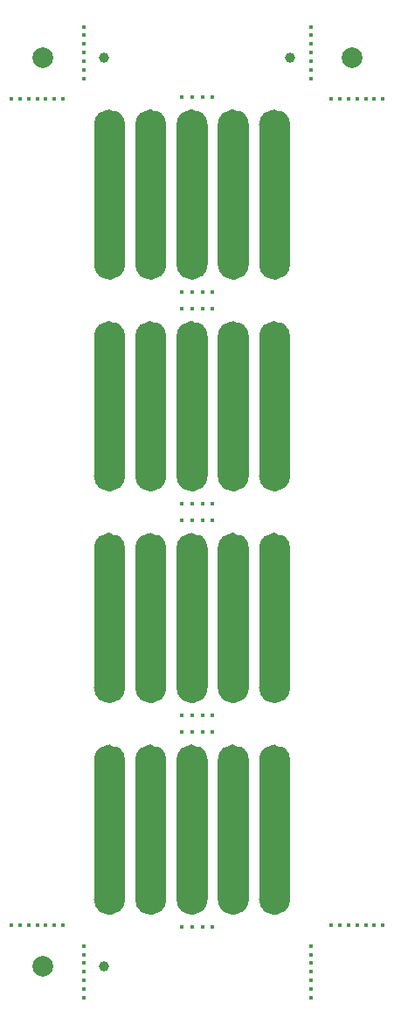
<source format=gbr>
%TF.GenerationSoftware,KiCad,Pcbnew,7.0.2-6a45011f42~172~ubuntu22.04.1*%
%TF.CreationDate,2023-05-08T14:44:33+01:00*%
%TF.ProjectId,panel,70616e65-6c2e-46b6-9963-61645f706362,rev?*%
%TF.SameCoordinates,Original*%
%TF.FileFunction,Soldermask,Bot*%
%TF.FilePolarity,Negative*%
%FSLAX46Y46*%
G04 Gerber Fmt 4.6, Leading zero omitted, Abs format (unit mm)*
G04 Created by KiCad (PCBNEW 7.0.2-6a45011f42~172~ubuntu22.04.1) date 2023-05-08 14:44:33*
%MOMM*%
%LPD*%
G01*
G04 APERTURE LIST*
%ADD10C,1.500000*%
%ADD11C,1.000000*%
%ADD12C,0.400000*%
%ADD13C,2.000000*%
G04 APERTURE END LIST*
D10*
X22250001Y-50500003D02*
G75*
G03*
X22250001Y-50500003I-750000J0D01*
G01*
X18250001Y-23000001D02*
G75*
G03*
X18250001Y-23000001I-750000J0D01*
G01*
X14250001Y-84500004D02*
G75*
G03*
X14250001Y-84500004I-750000J0D01*
G01*
X26250001Y-64000003D02*
G75*
G03*
X26250001Y-64000003I-750000J0D01*
G01*
G36*
X16000001Y-30000002D02*
G01*
X19000001Y-30000002D01*
X19000001Y-43500002D01*
X16000001Y-43500002D01*
X16000001Y-30000002D01*
G37*
X14250001Y-64000003D02*
G75*
G03*
X14250001Y-64000003I-750000J0D01*
G01*
X22250001Y-71000004D02*
G75*
G03*
X22250001Y-71000004I-750000J0D01*
G01*
X22250001Y-43500002D02*
G75*
G03*
X22250001Y-43500002I-750000J0D01*
G01*
X10250001Y-43500002D02*
G75*
G03*
X10250001Y-43500002I-750000J0D01*
G01*
X10250001Y-23000001D02*
G75*
G03*
X10250001Y-23000001I-750000J0D01*
G01*
X22250001Y-84500004D02*
G75*
G03*
X22250001Y-84500004I-750000J0D01*
G01*
X22250001Y-23000001D02*
G75*
G03*
X22250001Y-23000001I-750000J0D01*
G01*
G36*
X8000001Y-30000002D02*
G01*
X11000001Y-30000002D01*
X11000001Y-43500002D01*
X8000001Y-43500002D01*
X8000001Y-30000002D01*
G37*
G36*
X12000001Y-30000002D02*
G01*
X15000001Y-30000002D01*
X15000001Y-43500002D01*
X12000001Y-43500002D01*
X12000001Y-30000002D01*
G37*
X22250001Y-64000003D02*
G75*
G03*
X22250001Y-64000003I-750000J0D01*
G01*
X10250001Y-9500001D02*
G75*
G03*
X10250001Y-9500001I-750000J0D01*
G01*
X26250001Y-23000001D02*
G75*
G03*
X26250001Y-23000001I-750000J0D01*
G01*
G36*
X16000001Y-71000004D02*
G01*
X19000001Y-71000004D01*
X19000001Y-84500004D01*
X16000001Y-84500004D01*
X16000001Y-71000004D01*
G37*
G36*
X24000001Y-71000004D02*
G01*
X27000001Y-71000004D01*
X27000001Y-84500004D01*
X24000001Y-84500004D01*
X24000001Y-71000004D01*
G37*
X26250001Y-9500001D02*
G75*
G03*
X26250001Y-9500001I-750000J0D01*
G01*
X10250001Y-30000002D02*
G75*
G03*
X10250001Y-30000002I-750000J0D01*
G01*
X26250001Y-71000004D02*
G75*
G03*
X26250001Y-71000004I-750000J0D01*
G01*
G36*
X12000001Y-50500003D02*
G01*
X15000001Y-50500003D01*
X15000001Y-64000003D01*
X12000001Y-64000003D01*
X12000001Y-50500003D01*
G37*
X14250001Y-71000004D02*
G75*
G03*
X14250001Y-71000004I-750000J0D01*
G01*
G36*
X20000001Y-9500001D02*
G01*
X23000001Y-9500001D01*
X23000001Y-23000001D01*
X20000001Y-23000001D01*
X20000001Y-9500001D01*
G37*
X18250001Y-64000003D02*
G75*
G03*
X18250001Y-64000003I-750000J0D01*
G01*
X10250001Y-71000004D02*
G75*
G03*
X10250001Y-71000004I-750000J0D01*
G01*
X26250001Y-30000002D02*
G75*
G03*
X26250001Y-30000002I-750000J0D01*
G01*
G36*
X24000001Y-50500003D02*
G01*
X27000001Y-50500003D01*
X27000001Y-64000003D01*
X24000001Y-64000003D01*
X24000001Y-50500003D01*
G37*
X10250001Y-50500003D02*
G75*
G03*
X10250001Y-50500003I-750000J0D01*
G01*
X26250001Y-43500002D02*
G75*
G03*
X26250001Y-43500002I-750000J0D01*
G01*
G36*
X24000001Y-30000002D02*
G01*
X27000001Y-30000002D01*
X27000001Y-43500002D01*
X24000001Y-43500002D01*
X24000001Y-30000002D01*
G37*
X18250001Y-84500004D02*
G75*
G03*
X18250001Y-84500004I-750000J0D01*
G01*
X18250001Y-9500001D02*
G75*
G03*
X18250001Y-9500001I-750000J0D01*
G01*
X14250001Y-50500003D02*
G75*
G03*
X14250001Y-50500003I-750000J0D01*
G01*
X22250001Y-30000002D02*
G75*
G03*
X22250001Y-30000002I-750000J0D01*
G01*
X18250001Y-50500003D02*
G75*
G03*
X18250001Y-50500003I-750000J0D01*
G01*
X14250001Y-30000002D02*
G75*
G03*
X14250001Y-30000002I-750000J0D01*
G01*
G36*
X16000001Y-50500003D02*
G01*
X19000001Y-50500003D01*
X19000001Y-64000003D01*
X16000001Y-64000003D01*
X16000001Y-50500003D01*
G37*
G36*
X16000001Y-9500001D02*
G01*
X19000001Y-9500001D01*
X19000001Y-23000001D01*
X16000001Y-23000001D01*
X16000001Y-9500001D01*
G37*
X26250001Y-84500004D02*
G75*
G03*
X26250001Y-84500004I-750000J0D01*
G01*
G36*
X8000001Y-50500003D02*
G01*
X11000001Y-50500003D01*
X11000001Y-64000003D01*
X8000001Y-64000003D01*
X8000001Y-50500003D01*
G37*
X22250001Y-9500001D02*
G75*
G03*
X22250001Y-9500001I-750000J0D01*
G01*
G36*
X20000001Y-50500003D02*
G01*
X23000001Y-50500003D01*
X23000001Y-64000003D01*
X20000001Y-64000003D01*
X20000001Y-50500003D01*
G37*
G36*
X20000001Y-71000004D02*
G01*
X23000001Y-71000004D01*
X23000001Y-84500004D01*
X20000001Y-84500004D01*
X20000001Y-71000004D01*
G37*
X14250001Y-23000001D02*
G75*
G03*
X14250001Y-23000001I-750000J0D01*
G01*
G36*
X12000001Y-71000004D02*
G01*
X15000001Y-71000004D01*
X15000001Y-84500004D01*
X12000001Y-84500004D01*
X12000001Y-71000004D01*
G37*
G36*
X12000001Y-9500001D02*
G01*
X15000001Y-9500001D01*
X15000001Y-23000001D01*
X12000001Y-23000001D01*
X12000001Y-9500001D01*
G37*
X14250001Y-43500002D02*
G75*
G03*
X14250001Y-43500002I-750000J0D01*
G01*
G36*
X8000001Y-71000004D02*
G01*
X11000001Y-71000004D01*
X11000001Y-84500004D01*
X8000001Y-84500004D01*
X8000001Y-71000004D01*
G37*
X10250001Y-64000003D02*
G75*
G03*
X10250001Y-64000003I-750000J0D01*
G01*
G36*
X8000001Y-9500001D02*
G01*
X11000001Y-9500001D01*
X11000001Y-23000001D01*
X8000001Y-23000001D01*
X8000001Y-9500001D01*
G37*
G36*
X20000001Y-30000002D02*
G01*
X23000001Y-30000002D01*
X23000001Y-43500002D01*
X20000001Y-43500002D01*
X20000001Y-30000002D01*
G37*
X14250001Y-9500001D02*
G75*
G03*
X14250001Y-9500001I-750000J0D01*
G01*
X10250001Y-84500004D02*
G75*
G03*
X10250001Y-84500004I-750000J0D01*
G01*
X26250001Y-50500003D02*
G75*
G03*
X26250001Y-50500003I-750000J0D01*
G01*
X18250001Y-30000002D02*
G75*
G03*
X18250001Y-30000002I-750000J0D01*
G01*
X18250001Y-43500002D02*
G75*
G03*
X18250001Y-43500002I-750000J0D01*
G01*
X18250001Y-71000004D02*
G75*
G03*
X18250001Y-71000004I-750000J0D01*
G01*
G36*
X24000001Y-9500001D02*
G01*
X27000001Y-9500001D01*
X27000001Y-23000001D01*
X24000001Y-23000001D01*
X24000001Y-9500001D01*
G37*
D11*
%TO.C,REF\u002A\u002A*%
X9000000Y-91000004D03*
%TD*%
%TO.C,REF\u002A\u002A*%
X27000001Y-3000000D03*
%TD*%
%TO.C,REF\u002A\u002A*%
X9000000Y-3000000D03*
%TD*%
D12*
%TO.C,REF\u002A\u002A*%
X3333334Y-87000004D03*
%TD*%
%TO.C,REF\u002A\u002A*%
X19500000Y-46200002D03*
%TD*%
%TO.C,REF\u002A\u002A*%
X18500000Y-6800001D03*
%TD*%
%TO.C,REF\u002A\u002A*%
X7000000Y-833334D03*
%TD*%
%TO.C,REF\u002A\u002A*%
X18500000Y-87200004D03*
%TD*%
%TO.C,REF\u002A\u002A*%
X18500000Y-25700001D03*
%TD*%
D13*
%TO.C,REF\u002A\u002A*%
X3000000Y-91000004D03*
%TD*%
D12*
%TO.C,REF\u002A\u002A*%
X16500001Y-47800002D03*
%TD*%
%TO.C,REF\u002A\u002A*%
X17500001Y-47800002D03*
%TD*%
%TO.C,REF\u002A\u002A*%
X2500000Y-7000000D03*
%TD*%
%TO.C,REF\u002A\u002A*%
X7000000Y-1666667D03*
%TD*%
%TO.C,REF\u002A\u002A*%
X36000001Y-87000004D03*
%TD*%
%TO.C,REF\u002A\u002A*%
X17500001Y-87200004D03*
%TD*%
%TO.C,REF\u002A\u002A*%
X0Y-87000004D03*
%TD*%
%TO.C,REF\u002A\u002A*%
X833334Y-87000004D03*
%TD*%
%TO.C,REF\u002A\u002A*%
X29000001Y-93166670D03*
%TD*%
%TO.C,REF\u002A\u002A*%
X18500000Y-27300001D03*
%TD*%
%TO.C,REF\u002A\u002A*%
X1666667Y-87000004D03*
%TD*%
%TO.C,REF\u002A\u002A*%
X17500001Y-66700003D03*
%TD*%
%TO.C,REF\u002A\u002A*%
X16500001Y-25700001D03*
%TD*%
%TO.C,REF\u002A\u002A*%
X3333334Y-7000000D03*
%TD*%
%TO.C,REF\u002A\u002A*%
X29000001Y-94000004D03*
%TD*%
%TO.C,REF\u002A\u002A*%
X16500001Y-66700003D03*
%TD*%
%TO.C,REF\u002A\u002A*%
X31000001Y-7000000D03*
%TD*%
%TO.C,REF\u002A\u002A*%
X32666667Y-7000000D03*
%TD*%
%TO.C,REF\u002A\u002A*%
X29000001Y-89833337D03*
%TD*%
%TO.C,REF\u002A\u002A*%
X34333334Y-7000000D03*
%TD*%
%TO.C,REF\u002A\u002A*%
X1666667Y-7000000D03*
%TD*%
%TO.C,REF\u002A\u002A*%
X16500001Y-6800001D03*
%TD*%
%TO.C,REF\u002A\u002A*%
X29000001Y-90666670D03*
%TD*%
%TO.C,REF\u002A\u002A*%
X2500000Y-87000004D03*
%TD*%
%TO.C,REF\u002A\u002A*%
X7000000Y-2500000D03*
%TD*%
%TO.C,REF\u002A\u002A*%
X7000000Y-92333337D03*
%TD*%
%TO.C,REF\u002A\u002A*%
X19500000Y-25700001D03*
%TD*%
%TO.C,REF\u002A\u002A*%
X29000001Y-89000004D03*
%TD*%
%TO.C,REF\u002A\u002A*%
X7000000Y-90666670D03*
%TD*%
%TO.C,REF\u002A\u002A*%
X29000001Y0D03*
%TD*%
%TO.C,REF\u002A\u002A*%
X4166667Y-7000000D03*
%TD*%
%TO.C,REF\u002A\u002A*%
X19500000Y-66700003D03*
%TD*%
%TO.C,REF\u002A\u002A*%
X7000000Y-89833337D03*
%TD*%
%TO.C,REF\u002A\u002A*%
X29000001Y-1666667D03*
%TD*%
D13*
%TO.C,REF\u002A\u002A*%
X3000000Y-3000000D03*
%TD*%
D12*
%TO.C,REF\u002A\u002A*%
X16500001Y-87200004D03*
%TD*%
%TO.C,REF\u002A\u002A*%
X7000000Y-94000004D03*
%TD*%
%TO.C,REF\u002A\u002A*%
X18500000Y-47800002D03*
%TD*%
%TO.C,REF\u002A\u002A*%
X17500001Y-46200002D03*
%TD*%
%TO.C,REF\u002A\u002A*%
X16500001Y-46200002D03*
%TD*%
%TO.C,REF\u002A\u002A*%
X18500000Y-66700003D03*
%TD*%
%TO.C,REF\u002A\u002A*%
X35166667Y-87000004D03*
%TD*%
D13*
%TO.C,REF\u002A\u002A*%
X33000001Y-3000000D03*
%TD*%
D12*
%TO.C,REF\u002A\u002A*%
X17500001Y-6800001D03*
%TD*%
%TO.C,REF\u002A\u002A*%
X19500000Y-47800002D03*
%TD*%
%TO.C,REF\u002A\u002A*%
X17500001Y-68300003D03*
%TD*%
%TO.C,REF\u002A\u002A*%
X34333334Y-87000004D03*
%TD*%
%TO.C,REF\u002A\u002A*%
X36000001Y-7000000D03*
%TD*%
%TO.C,REF\u002A\u002A*%
X19500000Y-68300003D03*
%TD*%
%TO.C,REF\u002A\u002A*%
X19500000Y-27300001D03*
%TD*%
%TO.C,REF\u002A\u002A*%
X33500001Y-87000004D03*
%TD*%
%TO.C,REF\u002A\u002A*%
X17500001Y-27300001D03*
%TD*%
%TO.C,REF\u002A\u002A*%
X29000001Y-3333334D03*
%TD*%
%TO.C,REF\u002A\u002A*%
X833334Y-7000000D03*
%TD*%
%TO.C,REF\u002A\u002A*%
X7000000Y0D03*
%TD*%
%TO.C,REF\u002A\u002A*%
X7000000Y-91500004D03*
%TD*%
%TO.C,REF\u002A\u002A*%
X7000000Y-5000000D03*
%TD*%
%TO.C,REF\u002A\u002A*%
X35166667Y-7000000D03*
%TD*%
%TO.C,REF\u002A\u002A*%
X7000000Y-4166667D03*
%TD*%
%TO.C,REF\u002A\u002A*%
X33500001Y-7000000D03*
%TD*%
%TO.C,REF\u002A\u002A*%
X18500000Y-68300003D03*
%TD*%
%TO.C,REF\u002A\u002A*%
X29000001Y-2500000D03*
%TD*%
%TO.C,REF\u002A\u002A*%
X31833334Y-7000000D03*
%TD*%
%TO.C,REF\u002A\u002A*%
X18500000Y-46200002D03*
%TD*%
%TO.C,REF\u002A\u002A*%
X19500000Y-6800001D03*
%TD*%
%TO.C,REF\u002A\u002A*%
X31833334Y-87000004D03*
%TD*%
%TO.C,REF\u002A\u002A*%
X29000001Y-92333337D03*
%TD*%
%TO.C,REF\u002A\u002A*%
X17500001Y-25700001D03*
%TD*%
%TO.C,REF\u002A\u002A*%
X5000000Y-7000000D03*
%TD*%
%TO.C,REF\u002A\u002A*%
X4166667Y-87000004D03*
%TD*%
%TO.C,REF\u002A\u002A*%
X29000001Y-5000000D03*
%TD*%
%TO.C,REF\u002A\u002A*%
X32666667Y-87000004D03*
%TD*%
%TO.C,REF\u002A\u002A*%
X29000001Y-833334D03*
%TD*%
%TO.C,REF\u002A\u002A*%
X7000000Y-89000004D03*
%TD*%
%TO.C,REF\u002A\u002A*%
X7000000Y-3333334D03*
%TD*%
%TO.C,REF\u002A\u002A*%
X5000000Y-87000004D03*
%TD*%
%TO.C,REF\u002A\u002A*%
X7000000Y-93166670D03*
%TD*%
%TO.C,REF\u002A\u002A*%
X19500000Y-87200004D03*
%TD*%
%TO.C,REF\u002A\u002A*%
X29000001Y-91500004D03*
%TD*%
%TO.C,REF\u002A\u002A*%
X16500001Y-27300001D03*
%TD*%
%TO.C,REF\u002A\u002A*%
X0Y-7000000D03*
%TD*%
%TO.C,REF\u002A\u002A*%
X31000001Y-87000004D03*
%TD*%
%TO.C,REF\u002A\u002A*%
X16500001Y-68300003D03*
%TD*%
%TO.C,REF\u002A\u002A*%
X29000001Y-4166667D03*
%TD*%
M02*

</source>
